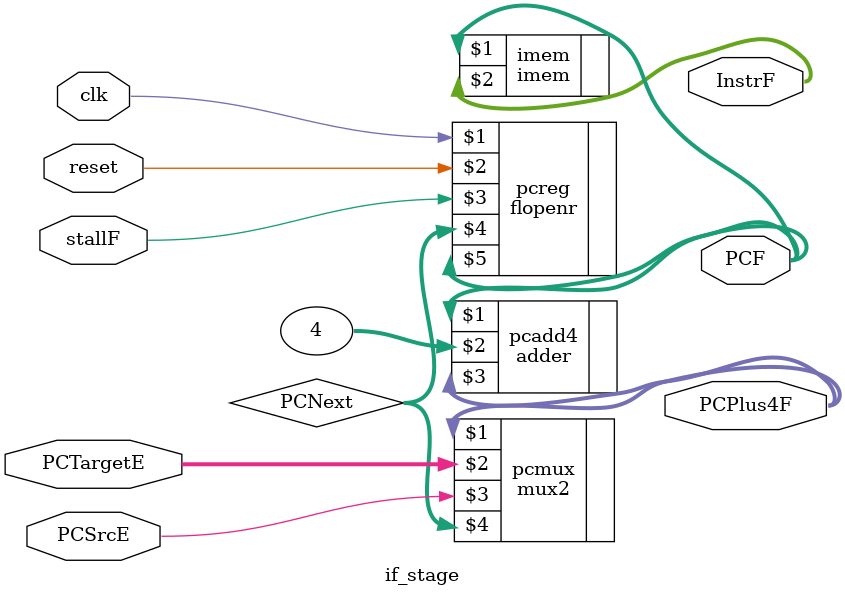
<source format=sv>
`timescale 1ns / 1ps


module if_stage(input  logic clk, reset, PCSrcE, stallF,
                input  logic [31:0] PCTargetE,
                output logic [31:0] PCPlus4F, InstrF, PCF

    );
    
logic [31:0] PCNext;

//next PC logic
adder pcadd4(PCF, 32'd4, PCPlus4F);
flopenr #(32) pcreg(clk, reset,stallF, PCNext, PCF); 
mux2 #(32) pcmux(PCPlus4F, PCTargetE, PCSrcE, PCNext);

//fetching instruction
imem imem(PCF, InstrF);

endmodule

</source>
